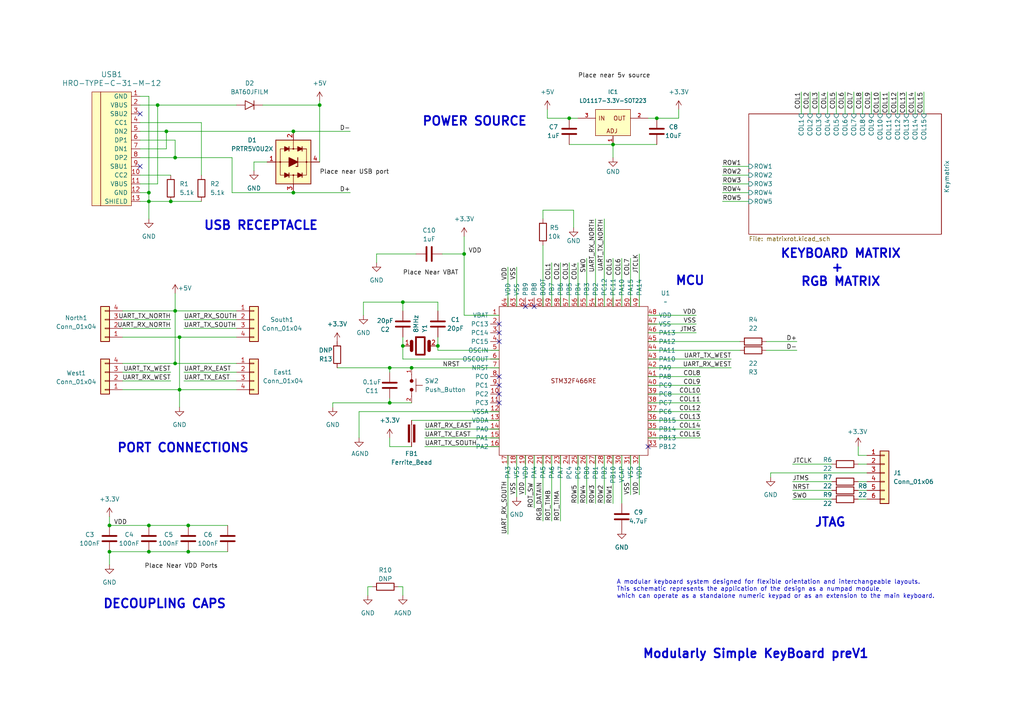
<source format=kicad_sch>
(kicad_sch (version 20250114) (generator "eeschema") (generator_version "9.0")
  (paper "A4")
  (lib_symbols
    (symbol "PCM_4ms_Connector:Conn_01x04" (pin_names (offset 1.016) (hide yes))
      (property "Reference" "J" (at 0 5.08 0))
      (property "Value" "Conn_01x04" (at 0 -7.62 0))
      (symbol "Conn_01x04_1_1"
        (rectangle (start -1.27 3.81) (end 1.27 -6.35) (stroke (width 0.254)) (fill (type background)))
        (rectangle (start -1.27 2.667) (end 0 2.413) (stroke (width 0.1524)))
        (rectangle (start -1.27 0.127) (end 0 -0.127) (stroke (width 0.1524)))
        (rectangle (start -1.27 -2.413) (end 0 -2.667) (stroke (width 0.1524)))
        (rectangle (start -1.27 -4.953) (end 0 -5.207) (stroke (width 0.1524)))
        (pin passive line (at -5.08 2.54 0) (length 3.81) (name "Pin_1") (number "1"))
        (pin passive line (at -5.08 0 0) (length 3.81) (name "Pin_2") (number "2"))
        (pin passive line (at -5.08 -2.54 0) (length 3.81) (name "Pin_3") (number "3"))
        (pin passive line (at -5.08 -5.08 0) (length 3.81) (name "Pin_4") (number "4"))
      )
    )
    (symbol "PCM_4ms_Connector:Conn_01x06" (pin_names (offset 1.016) (hide yes))
      (property "Reference" "J" (at 0 7.62 0))
      (property "Value" "Conn_01x06" (at 0 -10.16 0))
      (symbol "Conn_01x06_1_1"
        (rectangle (start -1.27 6.35) (end 1.27 -8.89) (stroke (width 0.254)) (fill (type background)))
        (rectangle (start -1.27 5.207) (end 0 4.953) (stroke (width 0.1524)))
        (rectangle (start -1.27 2.667) (end 0 2.413) (stroke (width 0.1524)))
        (rectangle (start -1.27 0.127) (end 0 -0.127) (stroke (width 0.1524)))
        (rectangle (start -1.27 -2.413) (end 0 -2.667) (stroke (width 0.1524)))
        (rectangle (start -1.27 -4.953) (end 0 -5.207) (stroke (width 0.1524)))
        (rectangle (start -1.27 -7.493) (end 0 -7.747) (stroke (width 0.1524)))
        (pin passive line (at -5.08 5.08 0) (length 3.81) (name "Pin_1") (number "1"))
        (pin passive line (at -5.08 2.54 0) (length 3.81) (name "Pin_2") (number "2"))
        (pin passive line (at -5.08 0 0) (length 3.81) (name "Pin_3") (number "3"))
        (pin passive line (at -5.08 -2.54 0) (length 3.81) (name "Pin_4") (number "4"))
        (pin passive line (at -5.08 -5.08 0) (length 3.81) (name "Pin_5") (number "5"))
        (pin passive line (at -5.08 -7.62 0) (length 3.81) (name "Pin_6") (number "6"))
      )
    )
    (symbol "PCM_4ms_Diode:D_Generic" (pin_numbers (hide yes)) (pin_names (offset 1.016) (hide yes))
      (property "Reference" "D" (at 0 2.54 0))
      (property "Value" "D_Generic" (at 0 -2.54 0))
      (symbol "D_Generic_0_1"
        (polyline (pts (xy -1.27 1.27) (xy -1.27 -1.27)) (stroke (width 0.2032)))
        (polyline (pts (xy 1.27 1.27) (xy 1.27 -1.27) (xy -1.27 0) (xy 1.27 1.27)) (stroke (width 0.2032)))
      )
      (symbol "D_Generic_1_1"
        (pin passive line (at -3.81 0 0) (length 2.54) (name "K") (number "1"))
        (pin passive line (at 3.81 0 180) (length 2.54) (name "A") (number "2"))
      )
    )
    (symbol "PCM_4ms_Power-symbol:+3.3V" (power) (pin_names (offset 0))
      (property "Value" "+3.3V" (at 0 3.556 0))
      (symbol "+3.3V_0_1"
        (polyline (pts (xy -0.762 1.27) (xy 0 2.54)))
        (polyline (pts (xy 0 2.54) (xy 0.762 1.27)))
        (polyline (pts (xy 0 0) (xy 0 2.54)))
      )
      (symbol "+3.3V_1_1"
        (pin power_in line (at 0 0 90) (length 0) (hide yes) (name "+3V3") (number "1"))
      )
    )
    (symbol "PCM_4ms_Power-symbol:+5V" (power) (pin_names (offset 0))
      (property "Value" "+5V" (at 0 3.556 0))
      (symbol "+5V_0_1"
        (polyline (pts (xy -0.762 1.27) (xy 0 2.54)))
        (polyline (pts (xy 0 2.54) (xy 0.762 1.27)))
        (polyline (pts (xy 0 0) (xy 0 2.54)))
      )
      (symbol "+5V_1_1"
        (pin power_in line (at 0 0 90) (length 0) (hide yes) (name "+5V") (number "1"))
      )
    )
    (symbol "PCM_4ms_Power-symbol:GND" (power) (pin_names (offset 0))
      (property "Value" "GND" (at 0 -3.81 0))
      (symbol "GND_0_1"
        (polyline (pts (xy 0 0) (xy 0 -1.27) (xy 1.27 -1.27) (xy 0 -2.54) (xy -1.27 -1.27) (xy 0 -1.27)))
      )
      (symbol "GND_1_1"
        (pin power_in line (at 0 0 270) (length 0) (hide yes) (name "GND") (number "1"))
      )
    )
    (symbol "PCM_4ms_Power-symbol:GNDA" (power) (pin_numbers (hide yes)) (pin_names (offset 0) (hide yes))
      (property "Value" "GNDA" (at 0 -3.81 0))
      (symbol "GNDA_0_1"
        (polyline (pts (xy 0 0) (xy 0 -1.27) (xy 1.27 -1.27) (xy 0 -2.54) (xy -1.27 -1.27) (xy 0 -1.27)))
      )
      (symbol "GNDA_1_1"
        (pin power_in line (at 0 0 270) (length 0) (hide yes) (name "GNDA") (number "1"))
      )
    )
    (symbol "PCM_4ms_Regulator:LD1117-3.3V-SOT223" (pin_names (offset 1.016) (hide yes))
      (property "Reference" "IC" (at 2.54 -6.35 0))
      (property "Value" "LD1117-3.3V-SOT223" (at -4.445 4.445 0))
      (symbol "LD1117-3.3V-SOT223_1_0"
        (rectangle (start -5.08 3.81) (end 5.08 -3.81) (fill (type background)))
        (text "IN" (at -3.2766 1.2446 0) (effects (font (size 1.2192 1.2192))))
        (text "ADJ" (at -0.2794 -2.4384 0) (effects (font (size 1.2192 1.2192))))
        (text "OUT" (at 1.8796 1.2446 0) (effects (font (size 1.2192 1.2192))))
      )
      (symbol "LD1117-3.3V-SOT223_1_1"
        (pin input line (at -10.16 1.27 0) (length 5.08) (name "IN") (number "3"))
        (pin input line (at 0 -6.35 90) (length 2.54) (name "ADJ") (number "1"))
        (pin passive line (at 10.16 1.27 180) (length 5.08) (name "OUT") (number "2"))
      )
    )
    (symbol "PCM_Capacitor_AKL:C_0805" (pin_numbers (hide yes)) (pin_names (offset 0.254))
      (property "Reference" "C" (at 0.635 2.54 0))
      (property "Value" "C_0805" (at 0.635 -2.54 0))
      (symbol "C_0805_0_1"
        (polyline (pts (xy -2.032 0.762) (xy 2.032 0.762)) (stroke (width 0.508)))
        (polyline (pts (xy -2.032 -0.762) (xy 2.032 -0.762)) (stroke (width 0.508)))
      )
      (symbol "C_0805_0_2"
        (polyline (pts (xy -2.54 -2.54) (xy -0.381 -0.381)))
        (polyline (pts (xy -0.508 -0.508) (xy -1.651 0.635)) (stroke (width 0.508)))
        (polyline (pts (xy -0.508 -0.508) (xy 0.635 -1.651)) (stroke (width 0.508)))
        (polyline (pts (xy 0.381 0.381) (xy 2.54 2.54)))
        (polyline (pts (xy 0.508 0.508) (xy -0.635 1.651)) (stroke (width 0.508)))
        (polyline (pts (xy 0.508 0.508) (xy 1.651 -0.635)) (stroke (width 0.508)))
      )
      (symbol "C_0805_1_1"
        (pin passive line (at 0 3.81 270) (length 2.794) (name "~") (number "1"))
        (pin passive line (at 0 -3.81 90) (length 2.794) (name "~") (number "2"))
      )
      (symbol "C_0805_1_2"
        (pin passive line (at -2.54 -2.54 90) (length 0) (name "~") (number "2"))
        (pin passive line (at 2.54 2.54 270) (length 0) (name "~") (number "1"))
      )
    )
    (symbol "PCM_Device_AKL:Ferrite_Bead" (pin_numbers (hide yes)) (pin_names (offset 0))
      (property "Reference" "FB" (at 0 4.572 0))
      (property "Value" "Ferrite_Bead" (at 0 3.175 0))
      (symbol "Ferrite_Bead_0_1"
        (rectangle (start -2.54 1.016) (end 2.54 0.508) (fill (type outline)))
        (polyline (pts (xy 2.54 0) (xy -2.54 0)))
      )
      (symbol "Ferrite_Bead_1_1"
        (rectangle (start -2.54 -0.508) (end 2.54 -1.016) (fill (type outline)))
        (pin passive line (at -3.81 0 0) (length 1.27) (name "~") (number "1"))
        (pin passive line (at 3.81 0 180) (length 1.27) (name "~") (number "2"))
      )
    )
    (symbol "PCM_Diode_TVS_AKL:PRTR5V0U2X" (pin_names (offset 1.016) (hide yes))
      (property "Reference" "D" (at 7.62 8.89 0))
      (property "Value" "PRTR5V0U2X" (at 7.62 6.35 0))
      (symbol "PRTR5V0U2X_0_1"
        (rectangle (start -6.35 5.08) (end 6.35 -5.08) (stroke (width 0.254)) (fill (type background)))
        (polyline (pts (xy -3.81 2.54) (xy -3.81 3.81) (xy 3.81 3.81) (xy 3.81 2.54)))
        (polyline (pts (xy -3.81 2.54) (xy -3.175 1.27) (xy -4.445 1.27) (xy -3.81 2.54)) (stroke (width 0.254)) (fill (type outline)))
        (circle (center -3.81 0) (radius 0.1778) (fill (type outline)))
        (polyline (pts (xy -3.81 0) (xy -6.35 0)))
        (polyline (pts (xy -3.81 -1.27) (xy -3.81 1.27)))
        (polyline (pts (xy -3.81 -1.27) (xy -3.175 -2.54) (xy -4.445 -2.54) (xy -3.81 -1.27)) (stroke (width 0.254)) (fill (type outline)))
        (polyline (pts (xy -3.81 -2.54) (xy -3.81 -3.81) (xy 3.81 -3.81) (xy 3.81 -2.54)))
        (polyline (pts (xy -3.175 2.54) (xy -4.445 2.54)) (stroke (width 0.254)))
        (polyline (pts (xy -3.175 -1.27) (xy -4.445 -1.27)) (stroke (width 0.254)))
        (circle (center 0 3.81) (radius 0.1778) (fill (type outline)))
        (polyline (pts (xy 0 1.27) (xy 0 5.08)))
        (polyline (pts (xy 0 -1.27) (xy 0 -5.08)))
        (polyline (pts (xy 3.81 2.54) (xy 4.445 1.27) (xy 3.175 1.27) (xy 3.81 2.54)) (stroke (width 0.254)) (fill (type outline)))
        (polyline (pts (xy 3.81 0) (xy 6.35 0)))
        (circle (center 3.81 0) (radius 0.1778) (fill (type outline)))
        (polyline (pts (xy 3.81 -1.27) (xy 3.81 1.27)))
        (polyline (pts (xy 3.81 -1.27) (xy 4.445 -2.54) (xy 3.175 -2.54) (xy 3.81 -1.27)) (stroke (width 0.254)) (fill (type outline)))
        (polyline (pts (xy 4.445 2.54) (xy 3.175 2.54)) (stroke (width 0.254)))
        (polyline (pts (xy 4.445 -1.27) (xy 3.175 -1.27)) (stroke (width 0.254)))
      )
      (symbol "PRTR5V0U2X_1_1"
        (polyline (pts (xy -3.81 1.27) (xy -3.81 3.81)))
        (polyline (pts (xy -1.27 1.27) (xy 1.27 1.27)) (stroke (width 0.254)))
        (polyline (pts (xy 0 -1.27) (xy 0 1.27)))
        (circle (center 0 -3.81) (radius 0.1778) (fill (type outline)))
        (polyline (pts (xy 1.27 1.27) (xy 1.27 0.762)) (stroke (width 0.254)))
        (polyline (pts (xy 1.27 -1.27) (xy -1.27 -1.27) (xy 0 1.27) (xy 1.27 -1.27)) (stroke (width 0.254)) (fill (type outline)))
        (pin passive line (at -8.89 0 0) (length 2.54) (name "L1") (number "2"))
        (pin passive line (at 0 7.62 270) (length 2.54) (name "VP") (number "4"))
        (pin passive line (at 0 -7.62 90) (length 2.54) (name "VN") (number "1"))
        (pin passive line (at 8.89 0 180) (length 2.54) (name "L2") (number "3"))
      )
    )
    (symbol "PCM_Resistor_AKL:R_0805" (pin_numbers (hide yes)) (pin_names (offset 0))
      (property "Reference" "R" (at 2.54 1.27 0))
      (property "Value" "R_0805" (at 2.54 -1.27 0))
      (symbol "R_0805_0_1"
        (rectangle (start -1.016 2.54) (end 1.016 -2.54) (stroke (width 0.254)))
      )
      (symbol "R_0805_0_2"
        (polyline (pts (xy -2.54 -2.54) (xy -1.524 -1.524)))
        (polyline (pts (xy 1.524 1.524) (xy 2.54 2.54)))
        (polyline (pts (xy 1.524 1.524) (xy 0.889 2.159) (xy -2.159 -0.889) (xy -0.889 -2.159) (xy 2.159 0.889) (xy 1.524 1.524)) (stroke (width 0.254)))
      )
      (symbol "R_0805_1_1"
        (pin passive line (at 0 3.81 270) (length 1.27) (name "~") (number "1"))
        (pin passive line (at 0 -3.81 90) (length 1.27) (name "~") (number "2"))
      )
      (symbol "R_0805_1_2"
        (pin passive line (at -2.54 -2.54 0) (length 0) (name "") (number "2"))
        (pin passive line (at 2.54 2.54 180) (length 0) (name "") (number "1"))
      )
    )
    (symbol "PCM_SL_Devices:Crystal_8MHz"
      (property "Reference" "Y" (at 0 7.62 0))
      (property "Value" "Crystal_8MHz" (at 0 5.08 0))
      (symbol "Crystal_8MHz_0_1"
        (polyline (pts (xy -2.54 1.27) (xy -2.54 -1.27)) (stroke (width 1)))
        (rectangle (start -1.27 2.54) (end 1.27 -2.54) (stroke (width 0.5)))
        (polyline (pts (xy 2.54 1.27) (xy 2.54 -1.27)) (stroke (width 1)))
      )
      (symbol "Crystal_8MHz_1_1"
        (pin passive line (at -5.08 0 0) (length 2.54) (name "") (number "1"))
        (pin passive line (at 5.08 0 180) (length 2.54) (name "") (number "2"))
      )
    )
    (symbol "PCM_SL_Devices:Push_Button"
      (property "Reference" "SW" (at 0 6.35 0))
      (property "Value" "Push_Button" (at 0 4.445 0))
      (symbol "Push_Button_0_1"
        (polyline (pts (xy -3.175 0) (xy -1.778 0)))
        (polyline (pts (xy -1.905 1.27) (xy 1.905 1.27)))
        (circle (center -1.27 0) (radius 0.4579) (fill (type outline)))
        (polyline (pts (xy 0 1.27) (xy 0 3.175)))
        (circle (center 1.27 0) (radius 0.4579) (fill (type outline)))
        (polyline (pts (xy 1.778 0) (xy 3.175 0)))
      )
      (symbol "Push_Button_1_1"
        (pin passive line (at -5.08 0 0) (length 2) (name "") (number "1"))
        (pin passive line (at 5.08 0 180) (length 2) (name "") (number "2"))
      )
    )
    (symbol "Type-C:HRO-TYPE-C-31-M-12" (pin_names (offset 1.016))
      (property "Reference" "USB" (at -5.08 16.51 0))
      (property "Value" "HRO-TYPE-C-31-M-12" (at -10.16 -1.27 90))
      (symbol "HRO-TYPE-C-31-M-12_0_1"
        (rectangle (start -11.43 15.24) (end -8.89 -17.78) (fill (type background)))
        (rectangle (start 0 -17.78) (end -8.89 15.24) (fill (type background)))
      )
      (symbol "HRO-TYPE-C-31-M-12_1_1"
        (pin input line (at 2.54 13.97 180) (length 2.54) (name "GND") (number "1"))
        (pin input line (at 2.54 11.43 180) (length 2.54) (name "VBUS") (number "2"))
        (pin input line (at 2.54 8.89 180) (length 2.54) (name "SBU2") (number "3"))
        (pin input line (at 2.54 6.35 180) (length 2.54) (name "CC1") (number "4"))
        (pin input line (at 2.54 3.81 180) (length 2.54) (name "DN2") (number "5"))
        (pin input line (at 2.54 1.27 180) (length 2.54) (name "DP1") (number "6"))
        (pin input line (at 2.54 -1.27 180) (length 2.54) (name "DN1") (number "7"))
        (pin input line (at 2.54 -3.81 180) (length 2.54) (name "DP2") (number "8"))
        (pin input line (at 2.54 -6.35 180) (length 2.54) (name "SBU1") (number "9"))
        (pin input line (at 2.54 -8.89 180) (length 2.54) (name "CC2") (number "10"))
        (pin input line (at 2.54 -11.43 180) (length 2.54) (name "VBUS") (number "11"))
        (pin input line (at 2.54 -13.97 180) (length 2.54) (name "GND") (number "12"))
        (pin input line (at 2.54 -16.51 180) (length 2.54) (name "SHIELD") (number "13"))
      )
    )
    (symbol "power:GND" (power) (pin_numbers (hide yes)) (pin_names (offset 0) (hide yes))
      (property "Value" "GND" (at 0 -3.81 0))
      (symbol "GND_0_1"
        (polyline (pts (xy 0 0) (xy 0 -1.27) (xy 1.27 -1.27) (xy 0 -2.54) (xy -1.27 -1.27) (xy 0 -1.27)))
      )
      (symbol "GND_1_1"
        (pin power_in line (at 0 0 270) (length 0) (name "~") (number "1"))
      )
    )
    (symbol "stm32f446ret6:STM32F446RET6"
      (property "Reference" "U" (at -1.016 1.016 0))
      (symbol "STM32F446RET6_0_1"
        (rectangle (start 0 0) (end 43.18 -43.18))
      )
      (symbol "STM32F446RET6_1_1"
        (text "STM32F466RE\n" (at 21.59 -21.59 0) (effects (font (size 1.27 1.27))))
        (pin bidirectional line (at 0 -2.54 180) (length 2.54) (name "VBAT") (number "1"))
        (pin bidirectional line (at 0 -5.08 180) (length 2.54) (name "PC13") (number "2"))
        (pin bidirectional line (at 0 -7.62 180) (length 2.54) (name "PC14") (number "3"))
        (pin bidirectional line (at 0 -10.16 180) (length 2.54) (name "PC15") (number "4"))
        (pin bidirectional line (at 0 -12.7 180) (length 2.54) (name "OSCIN") (number "5"))
        (pin bidirectional line (at 0 -15.24 180) (length 2.54) (name "OSCOUT") (number "6"))
        (pin bidirectional line (at 0 -17.78 180) (length 2.54) (name "NRST") (number "7"))
        (pin bidirectional line (at 0 -20.32 180) (length 2.54) (name "PC0") (number "8"))
        (pin bidirectional line (at 0 -22.86 180) (length 2.54) (name "PC1") (number "9"))
        (pin bidirectional line (at 0 -25.4 180) (length 2.54) (name "PC2") (number "10"))
        (pin bidirectional line (at 0 -27.94 180) (length 2.54) (name "PC3") (number "11"))
        (pin bidirectional line (at 0 -30.48 180) (length 2.54) (name "VSSA") (number "12"))
        (pin bidirectional line (at 0 -33.02 180) (length 2.54) (name "VDDA") (number "13"))
        (pin bidirectional line (at 0 -35.56 180) (length 2.54) (name "PA0") (number "14"))
        (pin bidirectional line (at 0 -38.1 180) (length 2.54) (name "PA1") (number "15"))
        (pin bidirectional line (at 0 -40.64 180) (length 2.54) (name "PA2") (number "16"))
        (pin bidirectional line (at 2.54 0 90) (length 2.54) (name "VDD") (number "64"))
        (pin bidirectional line (at 2.54 -43.18 270) (length 2.54) (name "PA3") (number "17"))
        (pin bidirectional line (at 5.08 0 90) (length 2.54) (name "VSS") (number "63"))
        (pin bidirectional line (at 5.08 -43.18 270) (length 2.54) (name "VSS") (number "18"))
        (pin bidirectional line (at 7.62 0 90) (length 2.54) (name "PB9") (number "62"))
        (pin bidirectional line (at 7.62 -43.18 270) (length 2.54) (name "VDD") (number "19"))
        (pin bidirectional line (at 10.16 0 90) (length 2.54) (name "PB8") (number "61"))
        (pin bidirectional line (at 10.16 -43.18 270) (length 2.54) (name "PA4") (number "20"))
        (pin bidirectional line (at 12.7 0 90) (length 2.54) (name "BOOT") (number "60"))
        (pin bidirectional line (at 12.7 -43.18 270) (length 2.54) (name "PA5") (number "21"))
        (pin bidirectional line (at 15.24 0 90) (length 2.54) (name "PB7") (number "59"))
        (pin bidirectional line (at 15.24 -43.18 270) (length 2.54) (name "PA6") (number "22"))
        (pin bidirectional line (at 17.78 0 90) (length 2.54) (name "PB6") (number "58"))
        (pin bidirectional line (at 17.78 -43.18 270) (length 2.54) (name "PA7") (number "23"))
        (pin bidirectional line (at 20.32 0 90) (length 2.54) (name "PB5") (number "57"))
        (pin bidirectional line (at 20.32 -43.18 270) (length 2.54) (name "PC4") (number "24"))
        (pin bidirectional line (at 22.86 0 90) (length 2.54) (name "PB4") (number "56"))
        (pin bidirectional line (at 22.86 -43.18 270) (length 2.54) (name "PC5") (number "25"))
        (pin bidirectional line (at 25.4 0 90) (length 2.54) (name "PB3") (number "55"))
        (pin bidirectional line (at 25.4 -43.18 270) (length 2.54) (name "PB0") (number "26"))
        (pin bidirectional line (at 27.94 0 90) (length 2.54) (name "PD2") (number "54"))
        (pin bidirectional line (at 27.94 -43.18 270) (length 2.54) (name "PB1") (number "27"))
        (pin bidirectional line (at 30.48 0 90) (length 2.54) (name "PC12") (number "53"))
        (pin bidirectional line (at 30.48 -43.18 270) (length 2.54) (name "PB2") (number "28"))
        (pin bidirectional line (at 33.02 0 90) (length 2.54) (name "PC11") (number "52"))
        (pin bidirectional line (at 33.02 -43.18 270) (length 2.54) (name "PB10") (number "29"))
        (pin bidirectional line (at 35.56 0 90) (length 2.54) (name "PA10") (number "51"))
        (pin bidirectional line (at 35.56 -43.18 270) (length 2.54) (name "VCAP") (number "30"))
        (pin bidirectional line (at 38.1 0 90) (length 2.54) (name "PA15") (number "50"))
        (pin bidirectional line (at 38.1 -43.18 270) (length 2.54) (name "VSS") (number "31"))
        (pin bidirectional line (at 40.64 0 90) (length 2.54) (name "PA14") (number "49"))
        (pin bidirectional line (at 40.64 -43.18 270) (length 2.54) (name "VDD") (number "32"))
        (pin bidirectional line (at 43.18 -2.54 0) (length 2.54) (name "VDD") (number "48"))
        (pin bidirectional line (at 43.18 -5.08 0) (length 2.54) (name "VSS") (number "47"))
        (pin bidirectional line (at 43.18 -7.62 0) (length 2.54) (name "PA13") (number "46"))
        (pin bidirectional line (at 43.18 -10.16 0) (length 2.54) (name "PA12") (number "45"))
        (pin bidirectional line (at 43.18 -12.7 0) (length 2.54) (name "PA11") (number "44"))
        (pin bidirectional line (at 43.18 -15.24 0) (length 2.54) (name "PA10") (number "43"))
        (pin bidirectional line (at 43.18 -17.78 0) (length 2.54) (name "PA9") (number "42"))
        (pin bidirectional line (at 43.18 -20.32 0) (length 2.54) (name "PA8") (number "41"))
        (pin bidirectional line (at 43.18 -22.86 0) (length 2.54) (name "PC9") (number "40"))
        (pin bidirectional line (at 43.18 -25.4 0) (length 2.54) (name "PC8") (number "39"))
        (pin bidirectional line (at 43.18 -27.94 0) (length 2.54) (name "PC7") (number "38"))
        (pin bidirectional line (at 43.18 -30.48 0) (length 2.54) (name "PC6") (number "37"))
        (pin bidirectional line (at 43.18 -33.02 0) (length 2.54) (name "PB15") (number "36"))
        (pin bidirectional line (at 43.18 -35.56 0) (length 2.54) (name "PB14") (number "35"))
        (pin bidirectional line (at 43.18 -38.1 0) (length 2.54) (name "PB13") (number "34"))
        (pin bidirectional line (at 43.18 -40.64 0) (length 2.54) (name "PB12") (number "33"))
      )
    )
  )
  (text "MCU" (at 200.152 81.534 0) (effects (font (size 2.54 2.54) (thickness 0.508) (bold yes))))
  (text "+ \nRGB MATRIX" (at 243.84 79.756 0) (effects (font (size 2.54 2.54) (thickness 0.508) (bold yes))))
  (text "DECOUPLING CAPS\n" (at 47.752 175.26 0) (effects (font (size 2.54 2.54) (thickness 0.508) (bold yes))))
  (text "PORT CONNECTIONS\n" (at 53.086 130.048 0) (effects (font (size 2.54 2.54) (thickness 0.508) (bold yes))))
  (text "POWER SOURCE\n" (at 137.668 35.306 0) (effects (font (size 2.54 2.54) (thickness 0.508) (bold yes))))
  (text "USB RECEPTACLE" (at 75.692 65.532 0) (effects (font (size 2.54 2.54) (thickness 0.508) (bold yes))))
  (text "KEYBOARD MATRIX\n" (at 243.84 73.66 0) (effects (font (size 2.54 2.54) (thickness 0.508) (bold yes))))
  (text "A modular keyboard system designed for flexible orientation and interchangeable layouts.\nThis schematic represents the application of the design as a numpad module, \nwhich can operate as a standalone numeric keypad or as an extension to the main keyboard." (at 178.816 170.942 0) (effects (font (size 1.27 1.27) (thickness 0.1588)) (justify left)))
  (text "Modularly Simple KeyBoard preV1" (at 219.202 189.738 0) (effects (font (size 2.54 2.54) (thickness 0.508) (bold yes))))
  (text "JTAG" (at 240.792 151.638 0) (effects (font (size 2.54 2.54) (thickness 0.508) (bold yes))))
  (junction (at 48.26 38.1))
  (junction (at 43.18 58.42))
  (junction (at 43.18 152.4))
  (junction (at 50.8 105.41))
  (junction (at 43.18 55.88))
  (junction (at 31.75 160.02))
  (junction (at 49.53 58.42))
  (junction (at 190.5 34.29))
  (junction (at 134.62 73.66))
  (junction (at 92.71 30.48))
  (junction (at 52.07 113.03))
  (junction (at 165.1 34.29))
  (junction (at 50.8 45.72))
  (junction (at 113.03 106.68))
  (junction (at 43.18 160.02))
  (junction (at 113.03 116.84))
  (junction (at 54.61 160.02))
  (junction (at 54.61 152.4))
  (junction (at 127 100.33))
  (junction (at 45.72 30.48))
  (junction (at 52.07 97.79))
  (junction (at 177.8 41.91))
  (junction (at 116.84 87.63))
  (junction (at 85.09 38.1))
  (junction (at 119.38 106.68))
  (junction (at 31.75 152.4))
  (junction (at 116.84 100.33))
  (junction (at 85.09 55.88))
  (junction (at 50.8 90.17))
  (no_connect (at 144.78 116.84))
  (no_connect (at 152.4 88.9))
  (no_connect (at 144.78 111.76))
  (no_connect (at 187.96 129.54))
  (no_connect (at 40.64 33.02))
  (no_connect (at 154.94 88.9))
  (no_connect (at 144.78 99.06))
  (no_connect (at 144.78 109.22))
  (no_connect (at 40.64 48.26))
  (no_connect (at 144.78 96.52))
  (no_connect (at 144.78 114.3))
  (no_connect (at 144.78 93.98))
  (wire (pts (xy 31.75 160.02) (xy 31.75 163.83)))
  (wire (pts (xy 196.85 31.75) (xy 196.85 34.29)))
  (wire (pts (xy 67.31 55.88) (xy 85.09 55.88)))
  (wire (pts (xy 43.18 58.42) (xy 49.53 58.42)))
  (wire (pts (xy 96.52 116.84) (xy 113.03 116.84)))
  (wire (pts (xy 144.78 91.44) (xy 134.62 91.44)))
  (wire (pts (xy 50.8 85.09) (xy 50.8 90.17)))
  (wire (pts (xy 167.64 34.29) (xy 165.1 34.29)))
  (wire (pts (xy 105.41 87.63) (xy 116.84 87.63)))
  (wire (pts (xy 123.19 129.54) (xy 144.78 129.54)))
  (wire (pts (xy 162.56 132.08) (xy 162.56 151.13)))
  (wire (pts (xy 147.32 77.47) (xy 147.32 88.9)))
  (wire (pts (xy 52.07 97.79) (xy 68.58 97.79)))
  (wire (pts (xy 187.96 93.98) (xy 201.93 93.98)))
  (wire (pts (xy 240.03 26.67) (xy 240.03 33.02)))
  (wire (pts (xy 255.27 26.67) (xy 255.27 33.02)))
  (wire (pts (xy 187.96 96.52) (xy 201.93 96.52)))
  (wire (pts (xy 165.1 76.2) (xy 165.1 88.9)))
  (wire (pts (xy 116.84 87.63) (xy 127 87.63)))
  (wire (pts (xy 209.55 50.8) (xy 217.17 50.8)))
  (wire (pts (xy 109.22 73.66) (xy 120.65 73.66)))
  (wire (pts (xy 242.57 26.67) (xy 242.57 33.02)))
  (wire (pts (xy 229.87 134.62) (xy 241.3 134.62)))
  (wire (pts (xy 209.55 58.42) (xy 217.17 58.42)))
  (wire (pts (xy 43.18 55.88) (xy 40.64 55.88)))
  (wire (pts (xy 49.53 92.71) (xy 35.56 92.71)))
  (wire (pts (xy 43.18 160.02) (xy 54.61 160.02)))
  (wire (pts (xy 127 101.6) (xy 144.78 101.6)))
  (wire (pts (xy 167.64 132.08) (xy 167.64 146.05)))
  (wire (pts (xy 149.86 77.47) (xy 149.86 88.9)))
  (wire (pts (xy 116.84 100.33) (xy 116.84 104.14)))
  (wire (pts (xy 134.62 91.44) (xy 134.62 73.66)))
  (wire (pts (xy 31.75 149.86) (xy 31.75 152.4)))
  (wire (pts (xy 109.22 73.66) (xy 109.22 76.2)))
  (wire (pts (xy 77.47 46.99) (xy 73.66 46.99)))
  (wire (pts (xy 53.34 95.25) (xy 68.58 95.25)))
  (wire (pts (xy 157.48 132.08) (xy 157.48 151.13)))
  (wire (pts (xy 187.96 104.14) (xy 212.09 104.14)))
  (wire (pts (xy 127 100.33) (xy 127 101.6)))
  (wire (pts (xy 185.42 143.51) (xy 185.42 132.08)))
  (wire (pts (xy 152.4 132.08) (xy 152.4 143.51)))
  (wire (pts (xy 172.72 132.08) (xy 172.72 146.05)))
  (wire (pts (xy 50.8 45.72) (xy 67.31 45.72)))
  (wire (pts (xy 35.56 105.41) (xy 50.8 105.41)))
  (wire (pts (xy 53.34 107.95) (xy 68.58 107.95)))
  (wire (pts (xy 73.66 46.99) (xy 73.66 49.53)))
  (wire (pts (xy 175.26 63.5) (xy 175.26 88.9)))
  (wire (pts (xy 248.92 129.54) (xy 248.92 132.08)))
  (wire (pts (xy 52.07 118.11) (xy 52.07 113.03)))
  (wire (pts (xy 154.94 132.08) (xy 154.94 147.32)))
  (wire (pts (xy 119.38 129.54) (xy 113.03 129.54)))
  (wire (pts (xy 182.88 132.08) (xy 182.88 143.51)))
  (wire (pts (xy 58.42 35.56) (xy 58.42 50.8)))
  (wire (pts (xy 119.38 106.68) (xy 144.78 106.68)))
  (wire (pts (xy 177.8 41.91) (xy 190.5 41.91)))
  (wire (pts (xy 223.52 137.16) (xy 251.46 137.16)))
  (wire (pts (xy 35.56 97.79) (xy 52.07 97.79)))
  (wire (pts (xy 53.34 110.49) (xy 68.58 110.49)))
  (wire (pts (xy 116.84 87.63) (xy 116.84 90.17)))
  (wire (pts (xy 248.92 132.08) (xy 251.46 132.08)))
  (wire (pts (xy 50.8 90.17) (xy 50.8 105.41)))
  (wire (pts (xy 209.55 55.88) (xy 217.17 55.88)))
  (wire (pts (xy 40.64 58.42) (xy 43.18 58.42)))
  (wire (pts (xy 187.96 34.29) (xy 190.5 34.29)))
  (wire (pts (xy 175.26 132.08) (xy 175.26 146.05)))
  (wire (pts (xy 229.87 142.24) (xy 241.3 142.24)))
  (wire (pts (xy 165.1 41.91) (xy 177.8 41.91)))
  (wire (pts (xy 158.75 34.29) (xy 158.75 31.75)))
  (wire (pts (xy 187.96 106.68) (xy 212.09 106.68)))
  (wire (pts (xy 43.18 58.42) (xy 43.18 55.88)))
  (wire (pts (xy 76.2 30.48) (xy 92.71 30.48)))
  (wire (pts (xy 35.56 110.49) (xy 49.53 110.49)))
  (wire (pts (xy 162.56 76.2) (xy 162.56 88.9)))
  (wire (pts (xy 187.96 111.76) (xy 203.2 111.76)))
  (wire (pts (xy 53.34 92.71) (xy 68.58 92.71)))
  (wire (pts (xy 187.96 124.46) (xy 203.2 124.46)))
  (wire (pts (xy 134.62 68.58) (xy 134.62 73.66)))
  (wire (pts (xy 185.42 73.66) (xy 185.42 88.9)))
  (wire (pts (xy 50.8 105.41) (xy 68.58 105.41)))
  (wire (pts (xy 260.35 26.67) (xy 260.35 33.02)))
  (wire (pts (xy 40.64 30.48) (xy 45.72 30.48)))
  (wire (pts (xy 40.64 38.1) (xy 48.26 38.1)))
  (wire (pts (xy 40.64 50.8) (xy 49.53 50.8)))
  (wire (pts (xy 248.92 134.62) (xy 251.46 134.62)))
  (wire (pts (xy 113.03 107.95) (xy 113.03 106.68)))
  (wire (pts (xy 128.27 73.66) (xy 134.62 73.66)))
  (wire (pts (xy 267.97 26.67) (xy 267.97 33.02)))
  (wire (pts (xy 234.95 26.67) (xy 234.95 33.02)))
  (wire (pts (xy 48.26 38.1) (xy 85.09 38.1)))
  (wire (pts (xy 113.03 129.54) (xy 113.03 127)))
  (wire (pts (xy 67.31 45.72) (xy 67.31 55.88)))
  (wire (pts (xy 265.43 26.67) (xy 265.43 33.02)))
  (wire (pts (xy 209.55 48.26) (xy 217.17 48.26)))
  (wire (pts (xy 106.68 172.72) (xy 106.68 170.18)))
  (wire (pts (xy 166.37 60.96) (xy 157.48 60.96)))
  (wire (pts (xy 54.61 152.4) (xy 66.04 152.4)))
  (wire (pts (xy 247.65 26.67) (xy 247.65 33.02)))
  (wire (pts (xy 104.14 119.38) (xy 144.78 119.38)))
  (wire (pts (xy 85.09 38.1) (xy 101.6 38.1)))
  (wire (pts (xy 167.64 76.2) (xy 167.64 88.9)))
  (wire (pts (xy 40.64 27.94) (xy 43.18 27.94)))
  (wire (pts (xy 113.03 106.68) (xy 119.38 106.68)))
  (wire (pts (xy 229.87 144.78) (xy 241.3 144.78)))
  (wire (pts (xy 115.57 170.18) (xy 116.84 170.18)))
  (wire (pts (xy 40.64 53.34) (xy 45.72 53.34)))
  (wire (pts (xy 85.09 55.88) (xy 101.6 55.88)))
  (wire (pts (xy 123.19 127) (xy 144.78 127)))
  (wire (pts (xy 106.68 170.18) (xy 107.95 170.18)))
  (wire (pts (xy 149.86 132.08) (xy 149.86 144.145)))
  (wire (pts (xy 52.07 113.03) (xy 68.58 113.03)))
  (wire (pts (xy 187.96 109.22) (xy 203.2 109.22)))
  (wire (pts (xy 160.02 76.2) (xy 160.02 88.9)))
  (wire (pts (xy 172.72 63.5) (xy 172.72 88.9)))
  (wire (pts (xy 229.87 139.7) (xy 241.3 139.7)))
  (wire (pts (xy 252.73 26.67) (xy 252.73 33.02)))
  (wire (pts (xy 40.64 40.64) (xy 50.8 40.64)))
  (wire (pts (xy 248.92 144.78) (xy 251.46 144.78)))
  (wire (pts (xy 50.8 90.17) (xy 68.58 90.17)))
  (wire (pts (xy 35.56 90.17) (xy 50.8 90.17)))
  (wire (pts (xy 157.48 71.12) (xy 157.48 88.9)))
  (wire (pts (xy 160.02 132.08) (xy 160.02 151.13)))
  (wire (pts (xy 170.18 74.93) (xy 170.18 88.9)))
  (wire (pts (xy 187.96 127) (xy 203.2 127)))
  (wire (pts (xy 190.5 34.29) (xy 196.85 34.29)))
  (wire (pts (xy 232.41 26.67) (xy 232.41 33.02)))
  (wire (pts (xy 31.75 152.4) (xy 43.18 152.4)))
  (wire (pts (xy 43.18 58.42) (xy 43.18 63.5)))
  (wire (pts (xy 43.18 27.94) (xy 43.18 55.88)))
  (wire (pts (xy 49.53 95.25) (xy 35.56 95.25)))
  (wire (pts (xy 209.55 53.34) (xy 217.17 53.34)))
  (wire (pts (xy 96.52 116.84) (xy 96.52 118.11)))
  (wire (pts (xy 116.84 104.14) (xy 144.78 104.14)))
  (wire (pts (xy 222.25 99.06) (xy 231.14 99.06)))
  (wire (pts (xy 45.72 53.34) (xy 45.72 30.48)))
  (wire (pts (xy 223.52 138.43) (xy 223.52 137.16)))
  (wire (pts (xy 35.56 107.95) (xy 49.53 107.95)))
  (wire (pts (xy 40.64 35.56) (xy 58.42 35.56)))
  (wire (pts (xy 49.53 58.42) (xy 58.42 58.42)))
  (wire (pts (xy 170.18 132.08) (xy 170.18 146.05)))
  (wire (pts (xy 237.49 26.67) (xy 237.49 33.02)))
  (wire (pts (xy 68.58 30.48) (xy 45.72 30.48)))
  (wire (pts (xy 180.34 74.93) (xy 180.34 88.9)))
  (wire (pts (xy 182.88 74.93) (xy 182.88 88.9)))
  (wire (pts (xy 113.03 116.84) (xy 113.03 115.57)))
  (wire (pts (xy 165.1 34.29) (xy 158.75 34.29)))
  (wire (pts (xy 123.19 124.46) (xy 144.78 124.46)))
  (wire (pts (xy 187.96 119.38) (xy 203.2 119.38)))
  (wire (pts (xy 187.96 116.84) (xy 203.2 116.84)))
  (wire (pts (xy 97.79 106.68) (xy 113.03 106.68)))
  (wire (pts (xy 127 90.17) (xy 127 87.63)))
  (wire (pts (xy 116.84 170.18) (xy 116.84 172.72)))
  (wire (pts (xy 119.38 121.92) (xy 144.78 121.92)))
  (wire (pts (xy 92.71 29.21) (xy 92.71 30.48)))
  (wire (pts (xy 250.19 26.67) (xy 250.19 33.02)))
  (wire (pts (xy 50.8 45.72) (xy 50.8 40.64)))
  (wire (pts (xy 43.18 152.4) (xy 54.61 152.4)))
  (wire (pts (xy 48.26 38.1) (xy 48.26 43.18)))
  (wire (pts (xy 40.64 43.18) (xy 48.26 43.18)))
  (wire (pts (xy 104.14 127) (xy 104.14 119.38)))
  (wire (pts (xy 31.75 160.02) (xy 43.18 160.02)))
  (wire (pts (xy 54.61 160.02) (xy 66.04 160.02)))
  (wire (pts (xy 248.92 139.7) (xy 251.46 139.7)))
  (wire (pts (xy 180.34 132.08) (xy 180.34 146.05)))
  (wire (pts (xy 187.96 101.6) (xy 214.63 101.6)))
  (wire (pts (xy 147.32 132.08) (xy 147.32 154.94)))
  (wire (pts (xy 166.37 60.96) (xy 166.37 66.04)))
  (wire (pts (xy 177.8 41.91) (xy 177.8 45.72)))
  (wire (pts (xy 119.38 116.84) (xy 113.03 116.84)))
  (wire (pts (xy 262.89 26.67) (xy 262.89 33.02)))
  (wire (pts (xy 40.64 45.72) (xy 50.8 45.72)))
  (wire (pts (xy 92.71 30.48) (xy 92.71 46.99)))
  (wire (pts (xy 187.96 114.3) (xy 203.2 114.3)))
  (wire (pts (xy 248.92 142.24) (xy 251.46 142.24)))
  (wire (pts (xy 245.11 26.67) (xy 245.11 33.02)))
  (wire (pts (xy 116.84 97.79) (xy 116.84 100.33)))
  (wire (pts (xy 222.25 101.6) (xy 231.14 101.6)))
  (wire (pts (xy 187.96 99.06) (xy 214.63 99.06)))
  (wire (pts (xy 187.96 91.44) (xy 201.93 91.44)))
  (wire (pts (xy 52.07 113.03) (xy 35.56 113.03)))
  (wire (pts (xy 177.8 132.08) (xy 177.8 146.05)))
  (wire (pts (xy 52.07 97.79) (xy 52.07 113.03)))
  (wire (pts (xy 187.96 121.92) (xy 203.2 121.92)))
  (wire (pts (xy 157.48 60.96) (xy 157.48 63.5)))
  (wire (pts (xy 177.8 74.93) (xy 177.8 88.9)))
  (wire (pts (xy 127 97.79) (xy 127 100.33)))
  (wire (pts (xy 257.81 26.67) (xy 257.81 33.02)))
  (wire (pts (xy 105.41 91.44) (xy 105.41 87.63)))
  (label "ROW5" (at 167.64 146.05 90))
  (label "VDD" (at 147.32 77.47 270))
  (label "UART_TX_WEST" (at 212.09 104.14 180))
  (label "D-" (at 101.6 38.1 180))
  (label "UART_TX_NORTH" (at 49.53 92.71 180))
  (label "COL7" (at 247.65 26.67 270))
  (label "COL5" (at 242.57 26.67 270))
  (label "COL8" (at 203.2 109.22 180))
  (label "UART_TX_SOUTH" (at 53.34 95.25 0))
  (label "VSS" (at 182.88 143.51 90))
  (label "Place Near VDD Ports" (at 41.91 165.1 0))
  (label "COL12" (at 203.2 119.38 180))
  (label "ROW1" (at 177.8 146.05 90))
  (label "COL1" (at 160.02 76.2 270))
  (label "NRST" (at 229.87 142.24 0))
  (label "SWO" (at 170.18 74.93 270))
  (label "VDD" (at 185.42 143.51 90))
  (label "COL7" (at 182.88 74.93 270))
  (label "VDD" (at 139.7 73.66 180))
  (label "COL3" (at 165.1 76.2 270))
  (label "UART_TX_NORTH" (at 175.26 63.5 270))
  (label "ROT_TIMA" (at 162.56 151.13 90))
  (label "COL3" (at 237.49 26.67 270))
  (label "UART_RX_WEST" (at 49.53 110.49 180))
  (label "VDD" (at 33.02 152.4 0))
  (label "COL6" (at 180.34 74.93 270))
  (label "COL4" (at 240.03 26.67 270))
  (label "D-" (at 231.14 101.6 180))
  (label "COL9" (at 203.2 111.76 180))
  (label "D+" (at 231.14 99.06 180))
  (label "COL4" (at 167.64 76.2 270))
  (label "NRST" (at 133.35 106.68 180))
  (label "COL15" (at 203.2 127 180))
  (label "SWO" (at 229.87 144.78 0))
  (label "UART_RX_SOUTH" (at 147.32 154.94 90))
  (label "UART_TX_WEST" (at 49.53 107.95 180))
  (label "COL10" (at 255.27 26.67 270))
  (label "COL1" (at 232.41 26.67 270))
  (label "Place near 5v source" (at 167.64 22.86 0))
  (label "UART_RX_EAST" (at 53.34 107.95 0))
  (label "D+" (at 101.6 55.88 180))
  (label "COL10" (at 203.2 114.3 180))
  (label "VSS" (at 149.86 77.47 270))
  (label "COL11" (at 203.2 116.84 180))
  (label "VSS" (at 149.86 143.51 90))
  (label "ROW3" (at 172.72 146.05 90))
  (label "ROW5" (at 209.55 58.42 0))
  (label "COL13" (at 203.2 121.92 180))
  (label "VSS" (at 201.93 93.98 180))
  (label "ROW4" (at 170.18 146.05 90))
  (label "ROW2" (at 209.55 50.8 0))
  (label "UART_RX_EAST" (at 123.19 124.46 0))
  (label "COL15" (at 267.97 26.67 270))
  (label "RGB_DATAIN" (at 157.48 151.13 90))
  (label "COL2" (at 162.56 76.2 270))
  (label "Place near USB port" (at 92.71 50.8 0))
  (label "COL9" (at 252.73 26.67 270))
  (label "COL5" (at 177.8 74.93 270))
  (label "Place Near VBAT" (at 116.84 80.01 0))
  (label "VDD" (at 152.4 143.51 90))
  (label "UART_RX_WEST" (at 212.09 106.68 180))
  (label "JTCLK" (at 229.87 134.62 0))
  (label "UART_RX_NORTH" (at 49.53 95.25 180))
  (label "JTMS" (at 201.93 96.52 180))
  (label "UART_TX_EAST" (at 53.34 110.49 0))
  (label "JTMS" (at 229.87 139.7 0))
  (label "UART_TX_SOUTH" (at 123.19 129.54 0))
  (label "COL6" (at 245.11 26.67 270))
  (label "COL14" (at 203.2 124.46 180))
  (label "UART_TX_EAST" (at 123.19 127 0))
  (label "COL11" (at 257.81 26.67 270))
  (label "COL2" (at 234.95 26.67 270))
  (label "ROW3" (at 209.55 53.34 0))
  (label "COL14" (at 265.43 26.67 270))
  (label "COL12" (at 260.35 26.67 270))
  (label "JTCLK" (at 185.42 73.66 270))
  (label "ROW1" (at 209.55 48.26 0))
  (label "ROW4" (at 209.55 55.88 0))
  (label "ROW2" (at 175.26 146.05 90))
  (label "COL13" (at 262.89 26.67 270))
  (label "VDD" (at 201.93 91.44 180))
  (label "ROT_SW" (at 154.94 147.32 90))
  (label "UART_RX_SOUTH" (at 53.34 92.71 0))
  (label "UART_RX_NORTH" (at 172.72 63.5 270))
  (label "COL8" (at 250.19 26.67 270))
  (label "ROT_TIMB" (at 160.02 151.13 90))
  (symbol (lib_id "PCM_4ms_Power-symbol:GND") (at 149.86 144.145 0) (unit 1)
    (property "Reference" "#PWR013" (effects (hide yes)))
    (property "Value" "GND" (at 149.86 149.225 0))
  )
  (symbol (lib_id "PCM_4ms_Connector:Conn_01x04") (at 73.66 107.95 0) (unit 1)
    (property "Reference" "East1" (at 79.248 107.95 0) (effects (justify left)))
    (property "Value" "Conn_01x04" (at 76.2 110.4899 0) (effects (justify left)))
    (property "Footprint" "Connector_PinSocket_2.54mm:PinSocket_1x04_P2.54mm_Vertical" (effects (hide yes)))
    (property "Description" "HEADER 1x4 MALE PINS 0.100” 180deg" (effects (hide yes)))
    (property "Specifications" "HEADER 1x4 MALE PINS 0.100” 180deg" (effects (hide yes)))
    (property "Manufacturer" "TAD" (effects (hide yes)))
    (property "Part Number" "1-0401FBV0T" (effects (hide yes)))
  )
  (symbol (lib_id "PCM_Capacitor_AKL:C_0805") (at 66.04 156.21 0) (unit 1)
    (property "Reference" "C6" (at 60.325 155.067 0))
    (property "Value" "100nF" (at 60.325 157.607 0))
    (property "Footprint" "PCM_Capacitor_SMD_AKL:C_0805_2012Metric" (effects (hide yes)))
    (property "Description" "SMD 0805 MLCC capacitor, Alternate KiCad Library" (effects (hide yes)))
  )
  (symbol (lib_id "PCM_4ms_Power-symbol:GND") (at 52.07 118.11 0) (unit 1)
    (property "Reference" "#PWR028" (effects (hide yes)))
    (property "Value" "GND" (at 52.07 123.19 0))
  )
  (symbol (lib_id "PCM_4ms_Power-symbol:GND") (at 109.22 76.2 0) (unit 1)
    (property "Reference" "#PWR02" (effects (hide yes)))
    (property "Value" "GND" (at 109.22 81.28 0))
  )
  (symbol (lib_id "stm32f446ret6:STM32F446RET6") (at 144.78 88.9 0) (unit 1)
    (property "Reference" "U1" (at 193.04 85.0198 0))
    (property "Value" "~" (at 193.04 87.5598 0))
    (property "Footprint" "footprints:LQFP64-10x10mm" (effects (hide yes)))
  )
  (symbol (lib_id "PCM_Capacitor_AKL:C_0805") (at 190.5 38.1 180) (unit 1)
    (property "Reference" "C8" (at 195.326 36.83 0))
    (property "Value" "10uF" (at 195.326 39.37 0))
    (property "Footprint" "PCM_Capacitor_SMD_AKL:C_0805_2012Metric" (effects (hide yes)))
    (property "Description" "SMD 0805 MLCC capacitor, Alternate KiCad Library" (effects (hide yes)))
  )
  (symbol (lib_id "power:GND") (at 116.84 172.72 0) (unit 1)
    (property "Reference" "#PWR024" (effects (hide yes)))
    (property "Value" "AGND" (at 116.84 177.8 0))
    (property "Description" "Power symbol creates a global label with name \"GND\" , ground" (effects (hide yes)))
  )
  (symbol (lib_id "PCM_4ms_Connector:Conn_01x04") (at 30.48 95.25 180) (unit 1)
    (property "Reference" "North1" (at 22.098 92.202 0))
    (property "Value" "Conn_01x04" (at 22.098 94.742 0))
    (property "Footprint" "Connector_PinSocket_2.54mm:PinSocket_1x04_P2.54mm_Vertical" (effects (hide yes)))
    (property "Description" "HEADER 1x4 MALE PINS 0.100” 180deg" (effects (hide yes)))
    (property "Specifications" "HEADER 1x4 MALE PINS 0.100” 180deg" (effects (hide yes)))
    (property "Manufacturer" "TAD" (effects (hide yes)))
    (property "Part Number" "1-0401FBV0T" (effects (hide yes)))
  )
  (symbol (lib_id "PCM_SL_Devices:Push_Button") (at 119.38 111.76 270) (unit 1)
    (property "Reference" "SW2" (at 123.19 110.4899 90) (effects (justify left)))
    (property "Value" "Push_Button" (at 123.19 113.0299 90) (effects (justify left)))
    (property "Footprint" "PCM_marbastlib-various:SW_SPST_SKQG_WithStem" (effects (hide yes)))
    (property "Description" "Common 6mmx6mm Push Button" (effects (hide yes)))
  )
  (symbol (lib_id "PCM_Capacitor_AKL:C_0805") (at 127 93.98 180) (unit 1)
    (property "Reference" "C1" (at 132.08 92.71 0))
    (property "Value" "20pF" (at 132.08 95.25 0))
    (property "Footprint" "PCM_Capacitor_SMD_AKL:C_0805_2012Metric" (effects (hide yes)))
    (property "Description" "SMD 0805 MLCC capacitor, Alternate KiCad Library" (effects (hide yes)))
  )
  (symbol (lib_id "PCM_4ms_Diode:D_Generic") (at 72.39 30.48 180) (unit 1)
    (property "Reference" "D2" (at 72.39 24.13 0))
    (property "Value" "BAT60JFILM" (at 72.39 26.67 0))
    (property "Footprint" "PCM_Diode_SMD_AKL:D_SOD-323" (effects (hide yes)))
    (property "Description" "Diode" (effects (hide yes)))
  )
  (symbol (lib_id "PCM_Device_AKL:Ferrite_Bead") (at 119.38 125.73 270) (unit 1)
    (property "Reference" "FB1" (at 119.38 131.572 90))
    (property "Value" "Ferrite_Bead" (at 119.38 134.112 90))
    (property "Footprint" "PCM_Fuse_AKL:Fuse_0805_2012Metric_Pad1.15x1.40mm_BigPads" (effects (hide yes)))
    (property "Description" "Ferrite bead, Alternate KiCAD Library" (effects (hide yes)))
  )
  (symbol (lib_id "PCM_4ms_Power-symbol:GND") (at 43.18 63.5 0) (unit 1)
    (property "Reference" "#PWR03" (effects (hide yes)))
    (property "Value" "GND" (at 43.18 68.58 0))
  )
  (symbol (lib_id "PCM_4ms_Power-symbol:+3.3V") (at 196.85 31.75 0) (unit 1)
    (property "Reference" "#PWR010" (effects (hide yes)))
    (property "Value" "+3.3V" (at 196.85 26.67 0))
  )
  (symbol (lib_id "PCM_Resistor_AKL:R_0805") (at 49.53 54.61 0) (unit 1)
    (property "Reference" "R1" (at 52.07 53.3399 0) (effects (justify left)))
    (property "Value" "5.1k" (at 52.07 55.8799 0) (effects (justify left)))
    (property "Footprint" "PCM_Resistor_SMD_AKL:R_0805_2012Metric" (effects (hide yes)))
    (property "Description" "SMD 0805 Chip Resistor, European Symbol, Alternate KiCad Library" (effects (hide yes)))
  )
  (symbol (lib_id "PCM_Resistor_AKL:R_0805") (at 245.11 139.7 270) (unit 1)
    (property "Reference" "R7" (at 240.03 138.43 90))
    (property "Value" "22" (at 240.03 140.97 90))
    (property "Footprint" "PCM_Resistor_SMD_AKL:R_0805_2012Metric" (effects (hide yes)))
    (property "Description" "SMD 0805 Chip Resistor, European Symbol, Alternate KiCad Library" (effects (hide yes)))
  )
  (symbol (lib_id "PCM_Capacitor_AKL:C_0805") (at 43.18 156.21 0) (unit 1)
    (property "Reference" "C4" (at 37.465 155.067 0))
    (property "Value" "100nF" (at 37.465 157.607 0))
    (property "Footprint" "PCM_Capacitor_SMD_AKL:C_0805_2012Metric" (effects (hide yes)))
    (property "Description" "SMD 0805 MLCC capacitor, Alternate KiCad Library" (effects (hide yes)))
  )
  (symbol (lib_id "PCM_Capacitor_AKL:C_0805") (at 180.34 149.86 180) (unit 1)
    (property "Reference" "C9" (at 185.166 148.59 0))
    (property "Value" "4.7uF" (at 185.166 151.13 0))
    (property "Footprint" "PCM_Capacitor_SMD_AKL:C_0805_2012Metric" (effects (hide yes)))
    (property "Description" "SMD 0805 MLCC capacitor, Alternate KiCad Library" (effects (hide yes)))
  )
  (symbol (lib_id "PCM_4ms_Power-symbol:+3.3V") (at 31.75 149.86 0) (unit 1)
    (property "Reference" "#PWR04" (effects (hide yes)))
    (property "Value" "+3.3V" (at 31.75 144.78 0))
  )
  (symbol (lib_id "PCM_Capacitor_AKL:C_0805") (at 54.61 156.21 0) (unit 1)
    (property "Reference" "C5" (at 48.895 155.067 0))
    (property "Value" "100nF" (at 48.895 157.607 0))
    (property "Footprint" "PCM_Capacitor_SMD_AKL:C_0805_2012Metric" (effects (hide yes)))
    (property "Description" "SMD 0805 MLCC capacitor, Alternate KiCad Library" (effects (hide yes)))
  )
  (symbol (lib_id "PCM_Capacitor_AKL:C_0805") (at 116.84 93.98 180) (unit 1)
    (property "Reference" "C2" (at 111.6965 95.5675 0))
    (property "Value" "20pF" (at 111.6965 93.0275 0))
    (property "Footprint" "PCM_Capacitor_SMD_AKL:C_0805_2012Metric" (effects (hide yes)))
    (property "Description" "SMD 0805 MLCC capacitor, Alternate KiCad Library" (effects (hide yes)))
  )
  (symbol (lib_id "PCM_4ms_Power-symbol:GNDA") (at 104.14 127 0) (unit 1)
    (property "Reference" "#PWR016" (effects (hide yes)))
    (property "Value" "AGND" (at 101.854 131.572 0) (effects (justify left)))
    (property "Description" "(analog) ground power-flag symbol" (effects (hide yes)))
  )
  (symbol (lib_id "PCM_4ms_Power-symbol:GND") (at 105.41 91.44 0) (unit 1)
    (property "Reference" "#PWR05" (effects (hide yes)))
    (property "Value" "GND" (at 105.41 96.52 0))
  )
  (symbol (lib_id "PCM_4ms_Power-symbol:+5V") (at 92.71 29.21 0) (unit 1)
    (property "Reference" "#PWR015" (effects (hide yes)))
    (property "Value" "+5V" (at 92.71 24.13 0))
  )
  (symbol (lib_id "PCM_4ms_Regulator:LD1117-3.3V-SOT223") (at 177.8 35.56 0) (unit 1)
    (property "Reference" "IC1" (at 177.8 26.67 0) (effects (font (size 1.143 1.143))))
    (property "Value" "LD1117-3.3V-SOT223" (at 177.8 29.21 0) (effects (font (size 1.143 1.143))))
    (property "Footprint" "PCM_4ms_Package_SOT:SOT223" (effects (hide yes)))
    (property "Datasheet" "https://www.mouser.com/datasheet/2/389/cd00000544-1795431.pdf" (effects (hide yes)))
    (property "Description" "3.3V Voltage Regulator, SOT-223-3, Imax=0.8A, VinMax=15V, Vdrop=1V" (effects (hide yes)))
    (property "Manufacturer" "STMicroelectronics" (effects (hide yes)))
    (property "Part Number" "LD1117S33CTR" (effects (hide yes)))
  )
  (symbol (lib_id "PCM_Resistor_AKL:R_0805") (at 218.44 99.06 270) (unit 1)
    (property "Reference" "R4" (at 218.44 92.71 90))
    (property "Value" "22" (at 218.44 95.25 90))
    (property "Footprint" "PCM_Resistor_SMD_AKL:R_0805_2012Metric" (effects (hide yes)))
    (property "Description" "SMD 0805 Chip Resistor, European Symbol, Alternate KiCad Library" (effects (hide yes)))
  )
  (symbol (lib_id "PCM_Resistor_AKL:R_0805") (at 245.11 142.24 90) (mirror x) (unit 1)
    (property "Reference" "R8" (at 250.19 140.97 90))
    (property "Value" "22" (at 250.19 143.51 90))
    (property "Footprint" "PCM_Resistor_SMD_AKL:R_0805_2012Metric" (effects (hide yes)))
    (property "Description" "SMD 0805 Chip Resistor, European Symbol, Alternate KiCad Library" (effects (hide yes)))
  )
  (symbol (lib_id "PCM_Resistor_AKL:R_0805") (at 245.11 134.62 270) (unit 1)
    (property "Reference" "R6" (at 240.03 133.35 90))
    (property "Value" "22" (at 240.03 135.89 90))
    (property "Footprint" "PCM_Resistor_SMD_AKL:R_0805_2012Metric" (effects (hide yes)))
    (property "Description" "SMD 0805 Chip Resistor, European Symbol, Alternate KiCad Library" (effects (hide yes)))
  )
  (symbol (lib_id "PCM_4ms_Power-symbol:GND") (at 180.34 153.67 0) (unit 1)
    (property "Reference" "#PWR011" (effects (hide yes)))
    (property "Value" "GND" (at 180.34 158.75 0))
  )
  (symbol (lib_id "PCM_Capacitor_AKL:C_0805") (at 31.75 156.21 0) (unit 1)
    (property "Reference" "C3" (at 26.035 155.067 0))
    (property "Value" "100nF" (at 26.035 157.607 0))
    (property "Footprint" "PCM_Capacitor_SMD_AKL:C_0805_2012Metric" (effects (hide yes)))
    (property "Description" "SMD 0805 MLCC capacitor, Alternate KiCad Library" (effects (hide yes)))
  )
  (symbol (lib_id "PCM_SL_Devices:Crystal_8MHz") (at 121.92 100.33 0) (unit 1)
    (property "Reference" "Y1" (at 123.19 96.52 90) (effects (justify left)))
    (property "Value" "8MHz" (at 120.65 96.52 90) (effects (justify left)))
    (property "Footprint" "PCM_Crystal_AKL:Crystal_HC52-U_Vertical" (effects (hide yes)))
    (property "Description" "8Mz Crystal" (effects (hide yes)))
  )
  (symbol (lib_id "PCM_4ms_Power-symbol:GND") (at 31.75 163.83 0) (unit 1)
    (property "Reference" "#PWR012" (effects (hide yes)))
    (property "Value" "GND" (at 31.75 168.91 0))
  )
  (symbol (lib_id "PCM_Capacitor_AKL:C_0805") (at 124.46 73.66 270) (unit 1)
    (property "Reference" "C10" (at 124.46 66.802 90))
    (property "Value" "1uF" (at 124.46 69.342 90))
    (property "Footprint" "PCM_Capacitor_SMD_AKL:C_0805_2012Metric" (effects (hide yes)))
    (property "Description" "SMD 0805 MLCC capacitor, Alternate KiCad Library" (effects (hide yes)))
  )
  (symbol (lib_id "PCM_4ms_Connector:Conn_01x04") (at 73.66 92.71 0) (unit 1)
    (property "Reference" "South1" (at 81.788 92.71 0))
    (property "Value" "Conn_01x04" (at 81.788 95.25 0))
    (property "Footprint" "Connector_PinSocket_2.54mm:PinSocket_1x04_P2.54mm_Vertical" (effects (hide yes)))
    (property "Description" "HEADER 1x4 MALE PINS 0.100” 180deg" (effects (hide yes)))
    (property "Specifications" "HEADER 1x4 MALE PINS 0.100” 180deg" (effects (hide yes)))
    (property "Manufacturer" "TAD" (effects (hide yes)))
    (property "Part Number" "1-0401FBV0T" (effects (hide yes)))
  )
  (symbol (lib_id "PCM_4ms_Power-symbol:GND") (at 177.8 45.72 0) (unit 1)
    (property "Reference" "#PWR06" (effects (hide yes)))
    (property "Value" "GND" (at 177.8 49.784 0))
  )
  (symbol (lib_id "PCM_Resistor_AKL:R_0805") (at 218.44 101.6 90) (mirror x) (unit 1)
    (property "Reference" "R3" (at 218.44 107.95 90))
    (property "Value" "22" (at 218.44 105.41 90))
    (property "Footprint" "PCM_Resistor_SMD_AKL:R_0805_2012Metric" (effects (hide yes)))
    (property "Description" "SMD 0805 Chip Resistor, European Symbol, Alternate KiCad Library" (effects (hide yes)))
  )
  (symbol (lib_id "PCM_Resistor_AKL:R_0805") (at 245.11 144.78 270) (unit 1)
    (property "Reference" "R9" (at 240.03 143.51 90))
    (property "Value" "22" (at 240.03 146.05 90))
    (property "Footprint" "PCM_Resistor_SMD_AKL:R_0805_2012Metric" (effects (hide yes)))
    (property "Description" "SMD 0805 Chip Resistor, European Symbol, Alternate KiCad Library" (effects (hide yes)))
  )
  (symbol (lib_id "PCM_Capacitor_AKL:C_0805") (at 165.1 38.1 0) (unit 1)
    (property "Reference" "C7" (at 160.528 36.83 0))
    (property "Value" "1uF" (at 160.528 39.37 0))
    (property "Footprint" "PCM_Capacitor_SMD_AKL:C_0805_2012Metric" (effects (hide yes)))
    (property "Description" "SMD 0805 MLCC capacitor, Alternate KiCad Library" (effects (hide yes)))
  )
  (symbol (lib_id "PCM_4ms_Connector:Conn_01x06") (at 256.54 137.16 0) (unit 1)
    (property "Reference" "J1" (at 259.08 137.1599 0) (effects (justify left)))
    (property "Value" "Conn_01x06" (at 259.08 139.6999 0) (effects (justify left)))
    (property "Footprint" "Connector_PinSocket_2.54mm:PinSocket_1x06_P2.54mm_Horizontal" (effects (hide yes)))
    (property "Description" "HEADER 1x6 MALE PINS 0.100” 180deg" (effects (hide yes)))
    (property "Specifications" "HEADER 1x6 MALE PINS 0.100” 180deg" (effects (hide yes)))
    (property "Manufacturer" "TAD" (effects (hide yes)))
    (property "Part Number" "1-0601FBV0T" (effects (hide yes)))
  )
  (symbol (lib_id "PCM_4ms_Power-symbol:+5V") (at 50.8 85.09 0) (unit 1)
    (property "Reference" "#PWR025" (effects (hide yes)))
    (property "Value" "+5V" (at 53.594 83.566 0))
  )
  (symbol (lib_id "power:GND") (at 106.68 172.72 0) (unit 1)
    (property "Reference" "#PWR023" (effects (hide yes)))
    (property "Value" "GND" (at 106.68 177.8 0))
    (property "Description" "Power symbol creates a global label with name \"GND\" , ground" (effects (hide yes)))
  )
  (symbol (lib_id "PCM_4ms_Power-symbol:GND") (at 96.52 118.11 0) (unit 1)
    (property "Reference" "#PWR020" (effects (hide yes)))
    (property "Value" "GND" (at 96.52 123.19 0))
  )
  (symbol (lib_id "PCM_4ms_Power-symbol:+3.3V") (at 134.62 68.58 0) (unit 1)
    (property "Reference" "#PWR01" (effects (hide yes)))
    (property "Value" "+3.3V" (at 134.62 63.5 0))
  )
  (symbol (lib_id "PCM_Resistor_AKL:R_0805") (at 157.48 67.31 0) (mirror y) (unit 1)
    (property "Reference" "R5" (at 160.782 66.04 0))
    (property "Value" "10k" (at 160.782 68.58 0))
    (property "Footprint" "PCM_Resistor_SMD_AKL:R_0805_2012Metric" (effects (hide yes)))
    (property "Description" "SMD 0805 Chip Resistor, European Symbol, Alternate KiCad Library" (effects (hide yes)))
  )
  (symbol (lib_id "PCM_Diode_TVS_AKL:PRTR5V0U2X") (at 85.09 46.99 270) (unit 1)
    (property "Reference" "D1" (at 73.152 40.64 90))
    (property "Value" "PRTR5V0U2X" (at 73.152 43.18 90))
    (property "Footprint" "PCM_Package_TO_SOT_SMD_AKL:SOT-143_Handsoldering" (effects (hide yes)))
    (property "Datasheet" "https://www.tme.eu/Document/4eac14af69261014af6cc93b35742953/PRTR5V0U2X-DTE.pdf" (effects (hide yes)))
    (property "Description" "SOT-143 TVS Diode Array, 2 protected lines, 5.5V, Alternate KiCAD Library" (effects (hide yes)))
  )
  (symbol (lib_id "PCM_4ms_Power-symbol:+3.3V") (at 97.79 99.06 0) (unit 1)
    (property "Reference" "#PWR026" (effects (hide yes)))
    (property "Value" "+3.3V" (at 97.79 93.98 0))
  )
  (symbol (lib_id "Type-C:HRO-TYPE-C-31-M-12") (at 38.1 41.91 0) (unit 1)
    (property "Reference" "USB1" (at 32.385 21.59 0) (effects (font (size 1.524 1.524))))
    (property "Value" "HRO-TYPE-C-31-M-12" (at 32.385 24.13 0) (effects (font (size 1.524 1.524))))
    (property "Footprint" "Type-C.pretty-master:HRO-TYPE-C-31-M-12-HandSoldering" (effects (hide yes)))
  )
  (symbol (lib_id "PCM_Resistor_AKL:R_0805") (at 97.79 102.87 0) (mirror x) (unit 1)
    (property "Reference" "R13" (at 94.488 104.14 0))
    (property "Value" "DNP" (at 94.488 101.6 0))
    (property "Footprint" "PCM_Resistor_SMD_AKL:R_0805_2012Metric" (effects (hide yes)))
    (property "Description" "SMD 0805 Chip Resistor, European Symbol, Alternate KiCad Library" (effects (hide yes)))
  )
  (symbol (lib_id "PCM_4ms_Power-symbol:+5V") (at 158.75 31.75 0) (unit 1)
    (property "Reference" "#PWR09" (effects (hide yes)))
    (property "Value" "+5V" (at 158.75 26.67 0))
  )
  (symbol (lib_id "PCM_4ms_Power-symbol:+3.3V") (at 113.03 127 0) (unit 1)
    (property "Reference" "#PWR017" (effects (hide yes)))
    (property "Value" "+3.3V" (at 113.03 121.92 0))
  )
  (symbol (lib_id "PCM_Resistor_AKL:R_0805") (at 58.42 54.61 0) (unit 1)
    (property "Reference" "R2" (at 60.96 53.3399 0) (effects (justify left)))
    (property "Value" "5.1k" (at 60.96 55.8799 0) (effects (justify left)))
    (property "Footprint" "PCM_Resistor_SMD_AKL:R_0805_2012Metric" (effects (hide yes)))
    (property "Description" "SMD 0805 Chip Resistor, European Symbol, Alternate KiCad Library" (effects (hide yes)))
  )
  (symbol (lib_id "PCM_4ms_Power-symbol:+3.3V") (at 248.92 129.54 0) (unit 1)
    (property "Reference" "#PWR021" (effects (hide yes)))
    (property "Value" "+3.3V" (at 248.666 125.222 0))
  )
  (symbol (lib_id "PCM_4ms_Power-symbol:GND") (at 223.52 138.43 0) (unit 1)
    (property "Reference" "#PWR022" (effects (hide yes)))
    (property "Value" "GND" (at 223.52 143.51 0))
  )
  (symbol (lib_id "PCM_4ms_Connector:Conn_01x04") (at 30.48 110.49 180) (unit 1)
    (property "Reference" "West1" (at 22.098 108.204 0))
    (property "Value" "Conn_01x04" (at 22.098 110.744 0))
    (property "Footprint" "Connector_PinSocket_2.54mm:PinSocket_1x04_P2.54mm_Vertical" (effects (hide yes)))
    (property "Description" "HEADER 1x4 MALE PINS 0.100” 180deg" (effects (hide yes)))
    (property "Specifications" "HEADER 1x4 MALE PINS 0.100” 180deg" (effects (hide yes)))
    (property "Manufacturer" "TAD" (effects (hide yes)))
    (property "Part Number" "1-0401FBV0T" (effects (hide yes)))
  )
  (symbol (lib_id "PCM_Resistor_AKL:R_0805") (at 111.76 170.18 270) (mirror x) (unit 1)
    (property "Reference" "R10" (at 111.76 165.354 90))
    (property "Value" "DNP" (at 111.76 167.894 90))
    (property "Footprint" "PCM_Resistor_SMD_AKL:R_0805_2012Metric" (effects (hide yes)))
    (property "Description" "SMD 0805 Chip Resistor, European Symbol, Alternate KiCad Library" (effects (hide yes)))
  )
  (symbol (lib_id "PCM_4ms_Power-symbol:GND") (at 166.37 66.04 0) (unit 1)
    (property "Reference" "#PWR018" (effects (hide yes)))
    (property "Value" "GND" (at 166.37 69.85 0))
  )
  (symbol (lib_id "PCM_Capacitor_AKL:C_0805") (at 113.03 111.76 180) (unit 1)
    (property "Reference" "C11" (at 107.8865 113.3475 0))
    (property "Value" "0.1uF" (at 107.8865 110.8075 0))
    (property "Footprint" "PCM_Capacitor_SMD_AKL:C_0805_2012Metric" (effects (hide yes)))
    (property "Description" "SMD 0805 MLCC capacitor, Alternate KiCad Library" (effects (hide yes)))
  )
  (symbol (lib_id "PCM_4ms_Power-symbol:GND") (at 73.66 49.53 0) (unit 1)
    (property "Reference" "#PWR07" (effects (hide yes)))
    (property "Value" "GND" (at 73.66 54.61 0))
  )
  (sheet (at 217.17 33.02) (size 55.88 34.925) (stroke (width 0.1524))
    (property "Sheetname" "Keymatrix" (at 275.336 46.482 90) (effects (justify right bottom)))
    (property "Sheetfile" "matrixrot.kicad_sch" (at 217.17 68.5296 0) (effects (justify left top)))
    (pin "COL1" input (at 232.41 33.02 90))
    (pin "COL2" input (at 234.95 33.02 90))
    (pin "COL3" input (at 237.49 33.02 90))
    (pin "COL4" input (at 240.03 33.02 90))
    (pin "COL5" input (at 242.57 33.02 90))
    (pin "ROW1" input (at 217.17 48.26 180))
    (pin "ROW2" input (at 217.17 50.8 180))
    (pin "ROW3" input (at 217.17 53.34 180))
    (pin "ROW4" input (at 217.17 55.88 180))
    (pin "ROW5" input (at 217.17 58.42 180))
    (pin "COL6" input (at 245.11 33.02 90))
    (pin "COL7" input (at 247.65 33.02 90))
    (pin "COL8" input (at 250.19 33.02 90))
    (pin "COL9" input (at 252.73 33.02 90))
    (pin "COL10" input (at 255.27 33.02 90))
    (pin "COL11" input (at 257.81 33.02 90))
    (pin "COL12" input (at 260.35 33.02 90))
    (pin "COL13" input (at 262.89 33.02 90))
    (pin "COL14" input (at 265.43 33.02 90))
    (pin "COL15" input (at 267.97 33.02 90))
  )
)
</source>
